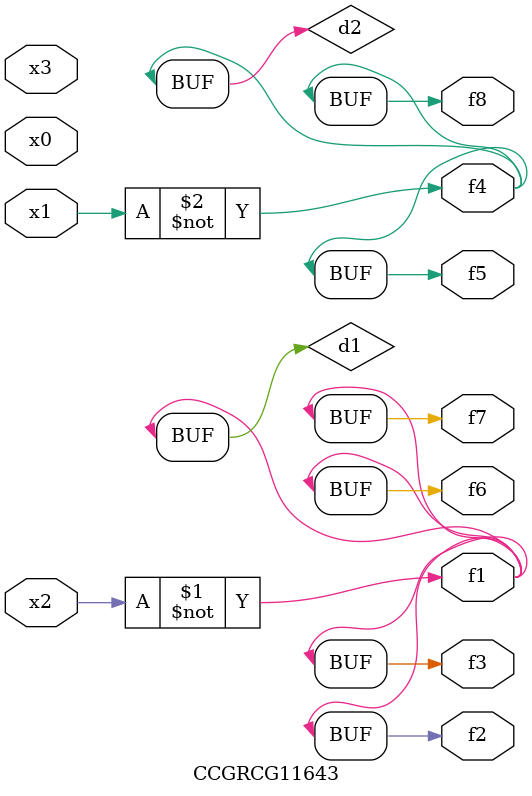
<source format=v>
module CCGRCG11643(
	input x0, x1, x2, x3,
	output f1, f2, f3, f4, f5, f6, f7, f8
);

	wire d1, d2;

	xnor (d1, x2);
	not (d2, x1);
	assign f1 = d1;
	assign f2 = d1;
	assign f3 = d1;
	assign f4 = d2;
	assign f5 = d2;
	assign f6 = d1;
	assign f7 = d1;
	assign f8 = d2;
endmodule

</source>
